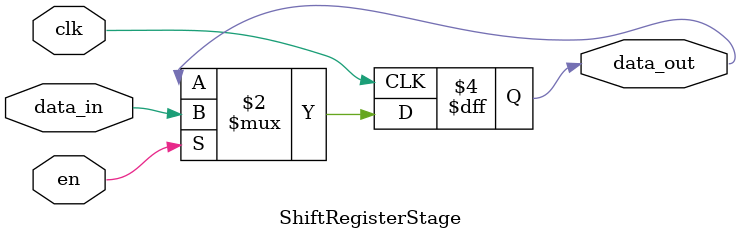
<source format=sv>

module StageEnabledShifter #(
    parameter WIDTH = 8
)(
    input  wire                  clk,
    input  wire [WIDTH-1:0]      stage_en,
    input  wire                  serial_in,
    output wire [WIDTH-1:0]      parallel_out
);

    // Internal wires to connect submodules
    wire [WIDTH-1:0] stage_data;

    // -----------------------------------------------------------------------------
    // Submodule: ShiftRegisterStage
    // Function: Implements a single stage of the enabled shift register.
    // -----------------------------------------------------------------------------
    genvar i;
    generate
        // First stage: Loads serial_in
        ShiftRegisterStage #(
            .STAGE_INDEX(0)
        ) u_stage_0 (
            .clk        (clk),
            .en         (stage_en[0]),
            .data_in    (serial_in),
            .data_out   (stage_data[0])
        );

        // Remaining stages: Shift from previous stage
        for (i = 1; i < WIDTH; i = i + 1) begin : gen_shift_stages
            ShiftRegisterStage #(
                .STAGE_INDEX(i)
            ) u_stage (
                .clk        (clk),
                .en         (stage_en[i]),
                .data_in    (stage_data[i-1]),
                .data_out   (stage_data[i])
            );
        end
    endgenerate

    // Output assignment
    assign parallel_out = stage_data;

endmodule

// -----------------------------------------------------------------------------
// Submodule: ShiftRegisterStage
// Function: Single bit register with enable and data input/output
// -----------------------------------------------------------------------------
module ShiftRegisterStage #(
    parameter STAGE_INDEX = 0
)(
    input  wire clk,
    input  wire en,
    input  wire data_in,
    output reg  data_out
);
    // Latch data_in into data_out on positive edge of clk if enabled
    always @(posedge clk) begin
        if (en) begin
            data_out <= data_in;
        end
    end
endmodule
</source>
